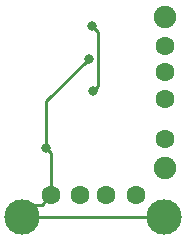
<source format=gbr>
G04 #@! TF.GenerationSoftware,KiCad,Pcbnew,5.0.2+dfsg1-1~bpo9+1*
G04 #@! TF.CreationDate,2020-11-29T19:27:56+00:00*
G04 #@! TF.ProjectId,tiny_glowstick,74696e79-5f67-46c6-9f77-737469636b2e,rev?*
G04 #@! TF.SameCoordinates,Original*
G04 #@! TF.FileFunction,Copper,L2,Bot*
G04 #@! TF.FilePolarity,Positive*
%FSLAX46Y46*%
G04 Gerber Fmt 4.6, Leading zero omitted, Abs format (unit mm)*
G04 Created by KiCad (PCBNEW 5.0.2+dfsg1-1~bpo9+1) date Sun 29 Nov 2020 19:27:56 GMT*
%MOMM*%
%LPD*%
G01*
G04 APERTURE LIST*
G04 #@! TA.AperFunction,ComponentPad*
%ADD10C,1.600000*%
G04 #@! TD*
G04 #@! TA.AperFunction,ComponentPad*
%ADD11C,3.000000*%
G04 #@! TD*
G04 #@! TA.AperFunction,ComponentPad*
%ADD12C,1.900000*%
G04 #@! TD*
G04 #@! TA.AperFunction,ViaPad*
%ADD13C,0.800000*%
G04 #@! TD*
G04 #@! TA.AperFunction,Conductor*
%ADD14C,0.250000*%
G04 #@! TD*
G04 APERTURE END LIST*
D10*
G04 #@! TO.P,J1,1*
G04 #@! TO.N,Net-(D1-Pad1)*
X140462000Y-78600300D03*
G04 #@! TO.P,J1,2*
G04 #@! TO.N,Net-(J1-Pad2)*
X137998200Y-78600300D03*
G04 #@! TO.P,J1,3*
G04 #@! TO.N,Net-(J1-Pad3)*
X135763000Y-78600300D03*
G04 #@! TO.P,J1,4*
G04 #@! TO.N,Net-(D1-Pad3)*
X133299200Y-78600300D03*
D11*
X130860800Y-80393540D03*
X142875000Y-80398620D03*
G04 #@! TD*
D10*
G04 #@! TO.P,SW1,3*
G04 #@! TO.N,Net-(D1-Pad3)*
X142963900Y-70426580D03*
G04 #@! TO.P,SW1,4*
G04 #@! TO.N,Net-(SW1-Pad4)*
X142963900Y-73850500D03*
G04 #@! TO.P,SW1,2*
G04 #@! TO.N,Net-(SW1-Pad2)*
X142963900Y-68176140D03*
G04 #@! TO.P,SW1,1*
G04 #@! TO.N,Net-(SW1-Pad1)*
X142963900Y-65925700D03*
D12*
G04 #@! TO.P,SW1,5*
G04 #@! TO.N,N/C*
X142963900Y-63517780D03*
G04 #@! TO.P,SW1,6*
X142963900Y-76258420D03*
G04 #@! TD*
D13*
G04 #@! TO.N,Net-(D1-Pad3)*
X132880100Y-74625200D03*
X136491980Y-67025520D03*
G04 #@! TO.N,Net-(D1-Pad1)*
X136878060Y-69774900D03*
X136778667Y-64269287D03*
G04 #@! TD*
D14*
G04 #@! TO.N,Net-(D1-Pad3)*
X131854041Y-79400299D02*
X130860800Y-80393540D01*
X132499201Y-79400299D02*
X131854041Y-79400299D01*
X133299200Y-78600300D02*
X132499201Y-79400299D01*
X142869920Y-80393540D02*
X142875000Y-80398620D01*
X130860800Y-80393540D02*
X142869920Y-80393540D01*
X133299200Y-75044300D02*
X132880100Y-74625200D01*
X133299200Y-78600300D02*
X133299200Y-75044300D01*
X132880100Y-70637400D02*
X136491980Y-67025520D01*
X132880100Y-74625200D02*
X132880100Y-70637400D01*
G04 #@! TO.N,Net-(D1-Pad1)*
X137278059Y-64768679D02*
X136778667Y-64269287D01*
X137278059Y-69374901D02*
X137278059Y-64768679D01*
X136878060Y-69774900D02*
X137278059Y-69374901D01*
G04 #@! TD*
M02*

</source>
